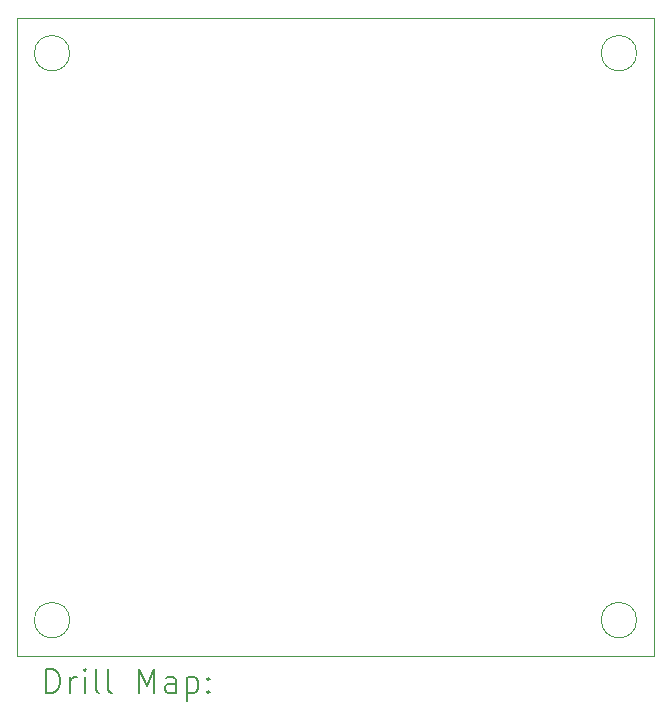
<source format=gbr>
%TF.GenerationSoftware,KiCad,Pcbnew,6.0.11+dfsg-1~bpo11+1*%
%TF.CreationDate,2023-05-15T10:42:06+02:00*%
%TF.ProjectId,dvert_12,64766572-745f-4313-922e-6b696361645f,rev?*%
%TF.SameCoordinates,Original*%
%TF.FileFunction,Drillmap*%
%TF.FilePolarity,Positive*%
%FSLAX45Y45*%
G04 Gerber Fmt 4.5, Leading zero omitted, Abs format (unit mm)*
G04 Created by KiCad (PCBNEW 6.0.11+dfsg-1~bpo11+1) date 2023-05-15 10:42:06*
%MOMM*%
%LPD*%
G01*
G04 APERTURE LIST*
%ADD10C,0.100000*%
%ADD11C,0.200000*%
G04 APERTURE END LIST*
D10*
X12050000Y-6900000D02*
G75*
G03*
X12050000Y-6900000I-150000J0D01*
G01*
X11600000Y-12000000D02*
X17000000Y-12000000D01*
X17000000Y-12000000D02*
X17000000Y-6600000D01*
X17000000Y-6600000D02*
X11600000Y-6600000D01*
X11600000Y-6600000D02*
X11600000Y-12000000D01*
X16850000Y-11700000D02*
G75*
G03*
X16850000Y-11700000I-150000J0D01*
G01*
X16850000Y-6900000D02*
G75*
G03*
X16850000Y-6900000I-150000J0D01*
G01*
X12050000Y-11700000D02*
G75*
G03*
X12050000Y-11700000I-150000J0D01*
G01*
D11*
X11852619Y-12315476D02*
X11852619Y-12115476D01*
X11900238Y-12115476D01*
X11928809Y-12125000D01*
X11947857Y-12144048D01*
X11957381Y-12163095D01*
X11966905Y-12201190D01*
X11966905Y-12229762D01*
X11957381Y-12267857D01*
X11947857Y-12286905D01*
X11928809Y-12305952D01*
X11900238Y-12315476D01*
X11852619Y-12315476D01*
X12052619Y-12315476D02*
X12052619Y-12182143D01*
X12052619Y-12220238D02*
X12062143Y-12201190D01*
X12071667Y-12191667D01*
X12090714Y-12182143D01*
X12109762Y-12182143D01*
X12176428Y-12315476D02*
X12176428Y-12182143D01*
X12176428Y-12115476D02*
X12166905Y-12125000D01*
X12176428Y-12134524D01*
X12185952Y-12125000D01*
X12176428Y-12115476D01*
X12176428Y-12134524D01*
X12300238Y-12315476D02*
X12281190Y-12305952D01*
X12271667Y-12286905D01*
X12271667Y-12115476D01*
X12405000Y-12315476D02*
X12385952Y-12305952D01*
X12376428Y-12286905D01*
X12376428Y-12115476D01*
X12633571Y-12315476D02*
X12633571Y-12115476D01*
X12700238Y-12258333D01*
X12766905Y-12115476D01*
X12766905Y-12315476D01*
X12947857Y-12315476D02*
X12947857Y-12210714D01*
X12938333Y-12191667D01*
X12919286Y-12182143D01*
X12881190Y-12182143D01*
X12862143Y-12191667D01*
X12947857Y-12305952D02*
X12928809Y-12315476D01*
X12881190Y-12315476D01*
X12862143Y-12305952D01*
X12852619Y-12286905D01*
X12852619Y-12267857D01*
X12862143Y-12248809D01*
X12881190Y-12239286D01*
X12928809Y-12239286D01*
X12947857Y-12229762D01*
X13043095Y-12182143D02*
X13043095Y-12382143D01*
X13043095Y-12191667D02*
X13062143Y-12182143D01*
X13100238Y-12182143D01*
X13119286Y-12191667D01*
X13128809Y-12201190D01*
X13138333Y-12220238D01*
X13138333Y-12277381D01*
X13128809Y-12296428D01*
X13119286Y-12305952D01*
X13100238Y-12315476D01*
X13062143Y-12315476D01*
X13043095Y-12305952D01*
X13224048Y-12296428D02*
X13233571Y-12305952D01*
X13224048Y-12315476D01*
X13214524Y-12305952D01*
X13224048Y-12296428D01*
X13224048Y-12315476D01*
X13224048Y-12191667D02*
X13233571Y-12201190D01*
X13224048Y-12210714D01*
X13214524Y-12201190D01*
X13224048Y-12191667D01*
X13224048Y-12210714D01*
M02*

</source>
